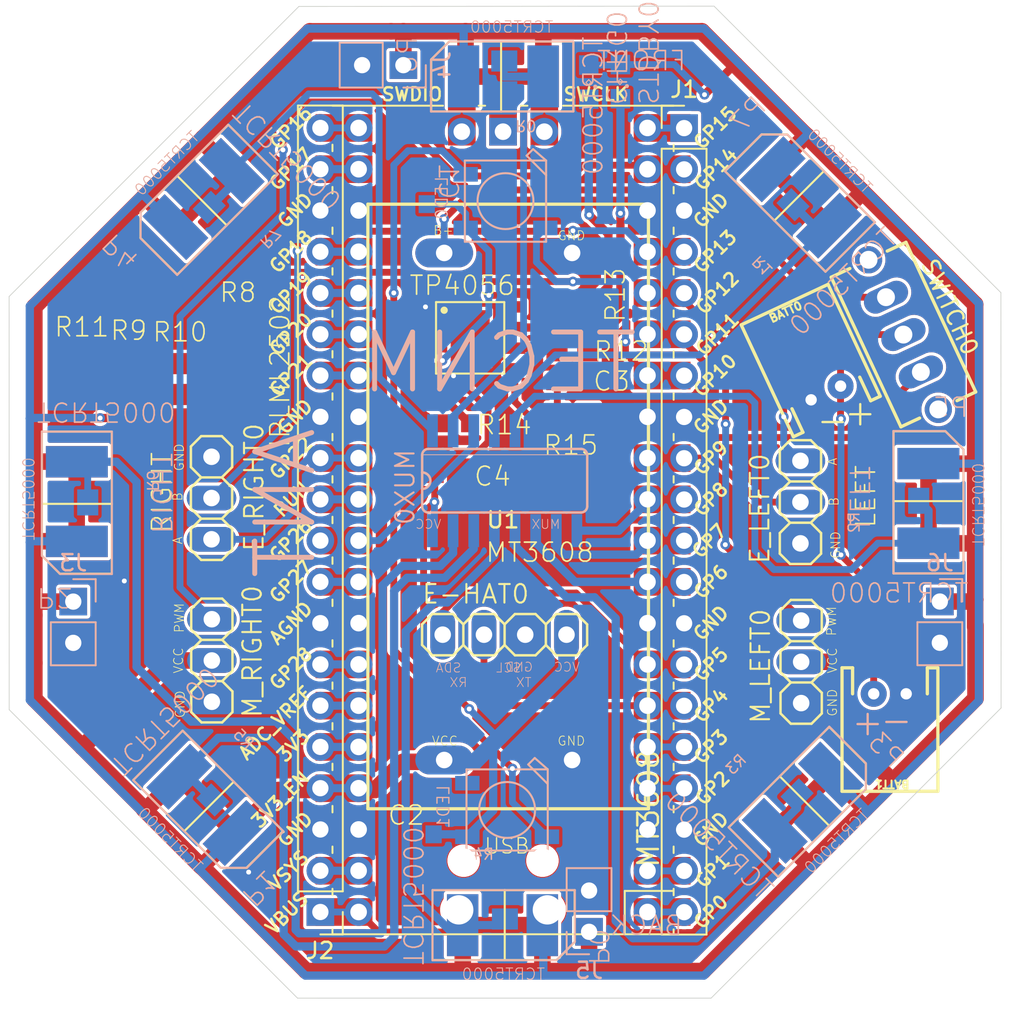
<source format=kicad_pcb>
(kicad_pcb (version 20241229) (generator "pcbnew") (generator_version "9.0")
  (layers (0 "F.Cu" signal) (2 "B.Cu" signal) (13 "F.Paste" user) (15 "B.Paste" user) (5 "F.SilkS" user "F.Silkscreen") (7 "B.SilkS" user "B.Silkscreen") (1 "F.Mask" user) (3 "B.Mask" user) (25 "Edge.Cuts" user))
  (net 0 "")
  (net 1 "GND")
  (net 2 "VCC")
  (net 3 "AD0")
  (net 4 "EM_ENABLE")
  (net 5 "MUX_A")
  (net 6 "MUX_B")
  (net 7 "MUX_C")
  (net 8 "Net-(SWITCH0-P)")
  (net 9 "Net-(CHRG0-PadC)")
  (net 10 "/<p>MCU and Motors</p>/SDA_RX")
  (net 11 "/<p>MCU and Motors</p>/SCL_TX")
  (net 12 "/<p>MCU and Motors</p>/E_RIGHT_A")
  (net 13 "/<p>MCU and Motors</p>/E_RIGHT_B")
  (net 14 "/<p>MCU and Motors</p>/M_RIGHT_PWM")
  (net 15 "/<p>MCU and Motors</p>/M_LEFT_PWM")
  (net 16 "/<p>MCU and Motors</p>/E_LEFT_B")
  (net 17 "/<p>MCU and Motors</p>/E_LEFT_A")
  (net 18 "Net-(IRLML2502-D)")
  (net 19 "Net-(IRLML2502-G)")
  (net 20 "Net-(LED0-DO)")
  (net 22 "Net-(SWITCH0-S)")
  (net 23 "/<p>Proximity Sensors</p>/MUX_X7")
  (net 24 "/<p>Proximity Sensors</p>/MUX_X1")
  (net 25 "/<p>Proximity Sensors</p>/MUX_X5")
  (net 26 "/<p>Proximity Sensors</p>/MUX_X6")
  (net 27 "/<p>Proximity Sensors</p>/MUX_X2")
  (net 28 "/<p>Proximity Sensors</p>/MUX_X4")
  (net 29 "/<p>Proximity Sensors</p>/MUX_X0")
  (net 30 "/<p>Proximity Sensors</p>/MUX_X3")
  (net 31 "/<p>Proximity Sensors</p>/EM")
  (net 32 "Net-(R10-Pad2)")
  (net 33 "Net-(TP4056-STDBY)")
  (net 34 "Net-(R12-Pad2)")
  (net 35 "Net-(TP4056-CHRG)")
  (net 37 "Net-(TP4056-PROG)")
  (net 38 "Net-(SWITCH0-O)")
  (net 39 "/<p>Power Supply</p>/TP_B+")
  (net 42 "Net-(J1-Pin_16)")
  (net 43 "Net-(J1-Pin_20)")
  (net 49 "Net-(J1-Pin_19)")
  (net 51 "Net-(J1-Pin_17)")
  (net 55 "Net-(J1-Pin_1)")
  (net 59 "Net-(J2-Pin_16)")
  (net 60 "Net-(J2-Pin_6)")
  (net 61 "Net-(J2-Pin_9)")
  (net 62 "Net-(J2-Pin_2)")
  (net 63 "Net-(J2-Pin_5)")
  (net 64 "Net-(J2-Pin_17)")
  (net 65 "Net-(J2-Pin_11)")
  (net 66 "Net-(J2-Pin_20)")
  (net 67 "Net-(J2-Pin_19)")
  (net 68 "Net-(J2-Pin_7)")
  (net 69 "Net-(J2-Pin_14)")
  (net 70 "Net-(J2-Pin_15)")
  (net 71 "Net-(J2-Pin_4)")
  (footprint "board:SOT23" (layer "F.Cu") (at 131.6 97.3 180)
    (property "Reference" "IRLML2502")
    (property "Value" "MOSFET-NREFLOW")
  )
  (footprint "board:1X04" (layer "F.Cu") (at 148.47 113.16)
    (property "Reference" "E-HAT0")
    (property "Value" "PINHD-1X4")
  )
  (footprint "board:MT3608" (layer "F.Cu") (at 157.325 123.875 90)
    (property "Reference" "MT3608")
    (property "Value" "MT3608")
  )
  (footprint "board:1X03" (layer "F.Cu") (at 166.724492 114.831995 90)
    (property "Reference" "M_LEFT0")
    (property "Value" "PINHD-1X3")
  )
  (footprint "board:1X03" (layer "F.Cu") (at 130.43 104.75 -90)
    (property "Reference" "E_RIGHT0")
    (property "Value" "PINHD-1X3")
  )
  (footprint "board:R0805" (layer "F.Cu") (at 152.645508 95.588005)
    (property "Reference" "R12")
    (property "Value" "103")
  )
  (footprint "board:R0603" (layer "F.Cu") (at 145.44 100.15)
    (property "Reference" "R14")
    (property "Value" "122")
  )
  (footprint "board:SOP" (layer "F.Cu") (at 146.35 94.89)
    (property "Reference" "TP4056")
    (property "Value" "TP4056")
  )
  (footprint "Connector_PinHeader_2.54mm:PinHeader_1x20_P2.54mm_Vertical" (layer "F.Cu") (at 137.13 130.23 180)
    (property "Reference" "J2")
    (property "Value" "Conn_01x20_MountingPin")
  )
  (footprint "board:HH3T90" (layer "F.Cu") (at 173.01976 94.68928 115)
    (property "Reference" "SWITCH0")
    (property "Value" "SS12F2356")
  )
  (footprint "board:R0805" (layer "F.Cu") (at 152.625508 92.998005)
    (property "Reference" "R13")
    (property "Value" "102")
  )
  (footprint "Connector_PinHeader_2.54mm:PinHeader_1x20_P2.54mm_Vertical" (layer "F.Cu") (at 159.52 81.98)
    (property "Reference" "J1")
    (property "Value" "Conn_01x20_MountingPin")
  )
  (footprint "board:JST-2-PTH" (layer "F.Cu") (at 168.243692 98.282618 25)
    (property "Reference" "BATT0")
    (property "Value" "CONN_02JST-PTH-2")
  )
  (footprint "board:C0603_420" (layer "F.Cu") (at 152.435508 97.61)
    (property "Reference" "C3")
    (property "Value" "10 uF")
  )
  (footprint "board:R0805" (layer "F.Cu") (at 128.232492 97.425995 90)
    (property "Reference" "R10")
    (property "Value" "18R")
  )
  (footprint "board:R0805" (layer "F.Cu") (at 122.25 97.37 -90)
    (property "Reference" "R11")
    (property "Value" "NM")
  )
  (footprint "board:1X03" (layer "F.Cu") (at 166.68 105 90)
    (property "Reference" "E_LEFT0")
    (property "Value" "PINHD-1X3")
  )
  (footprint "board:C0603_420" (layer "F.Cu") (at 145.02 103.32)
    (property "Reference" "C4")
    (property "Value" "10 uF")
  )
  (footprint "MCU_RaspberryPi_and_Boards:RPi_Pico_SMD_TH" (layer "F.Cu") (at 148.375 106.1 180)
    (property "Reference" "U1")
    (property "Value" "Pico")
  )
  (footprint "board:1X03" (layer "F.Cu") (at 130.45 114.75 90)
    (property "Reference" "M_RIGHT0")
    (property "Value" "PINHD-1X3")
  )
  (footprint "board:R0805" (layer "F.Cu") (at 125.25 97.35 -90)
    (property "Reference" "R9")
    (property "Value" "0R")
  )
  (footprint "board:R0805" (layer "F.Cu") (at 131.85 93.72 180)
    (property "Reference" "R8")
    (property "Value" "4k7")
  )
  (footprint "board:R0805" (layer "F.Cu") (at 152.665508 99.688005 180)
    (property "Reference" "R15")
    (property "Value" "0R")
  )
  (footprint "board:JST-2-PTH" (layer "F.Cu") (at 172.19 116.8 180)
    (property "Reference" "BATT1")
    (property "Value" "CONN_02JST-PTH-2")
  )
  (footprint "board:C0603_348" (layer "B.Cu") (at 144.1 124.6 90)
    (property "Reference" "C2")
    (property "Value" "0.10 nF")
  )
  (footprint "board:WS2812B" (layer "B.Cu") (at 148.625 123.95 180)
    (property "Reference" "LED1")
    (property "Value" "WS2812B5050")
  )
  (footprint "Connector_PinHeader_2.54mm:PinHeader_1x02_P2.54mm_Vertical" (layer "B.Cu") (at 121.92 111.125 180)
    (property "Reference" "J3")
    (property "Value" "Con")
  )
  (footprint "board:TCRT5000" (layer "B.Cu") (at 166.93 123.4 -135)
    (property "Reference" "P3")
    (property "Value" "TCRT5000")
  )
  (footprint "board:M0805" (layer "B.Cu") (at 131.188249 122.661751 45)
    (property "Reference" "R5")
    (property "Value" "4k7")
  )
  (footprint "board:M0805" (layer "B.Cu") (at 148.45 78.800001 -90)
    (property "Reference" "R0")
    (property "Value" "4k7")
  )
  (footprint "board:TCRT5000" (layer "B.Cu") (at 130.275593 123.735593 135)
    (property "Reference" "P1")
    (property "Value" "TCRT5000")
  )
  (footprint "board:WS2812B" (layer "B.Cu") (at 148.525 86.475 180)
    (property "Reference" "LED0")
    (property "Value" "WS2812B5050")
  )
  (footprint "board:M0805" (layer "B.Cu") (at 173.009999 104.92 180)
    (property "Reference" "R2")
    (property "Value" "4k7")
  )
  (footprint "board:TCRT5000" (layer "B.Cu") (at 148.254 78.8)
    (property "Reference" "P6")
    (property "Value" "TCRT5000")
  )
  (footprint "board:M0805" (layer "B.Cu") (at 123.76 105.02)
    (property "Reference" "R6")
    (property "Value" "4k7")
  )
  (footprint "board:TCRT5000" (layer "B.Cu") (at 148.4786 131.04 180)
    (property "Reference" "P0")
    (property "Value" "TCRT5000")
  )
  (footprint "board:TCRT5000" (layer "B.Cu") (at 122.14 105.1086 90)
    (property "Reference" "P2")
    (property "Value" "TCRT5000")
  )
  (footprint "board:TCRT5000" (layer "B.Cu") (at 129.84 86.44 45)
    (property "Reference" "P4")
    (property "Value" "TCRT5000")
  )
  (footprint "board:TCRT5000" (layer "B.Cu") (at 174.56 104.94 -90)
    (property "Reference" "P5")
    (property "Value" "TCRT5000")
  )
  (footprint "Connector_PinHeader_2.54mm:PinHeader_1x02_P2.54mm_Vertical" (layer "B.Cu") (at 175.26 111.12 180)
    (property "Reference" "J6")
    (property "Value" "Con")
  )
  (footprint "board:C0603_348" (layer "B.Cu") (at 143.68 85.81 90)
    (property "Reference" "C1")
    (property "Value" "0.10 nF")
  )
  (footprint "board:M0805" (layer "B.Cu") (at 165.551751 87.368249 -135)
    (property "Reference" "R1")
    (property "Value" "4k7")
  )
  (footprint "Connector_PinHeader_2.54mm:PinHeader_1x02_P2.54mm_Vertical" (layer "B.Cu") (at 153.67 131.45)
    (property "Reference" "J5")
    (property "Value" "Con")
  )
  (footprint "board:M0805" (layer "B.Cu") (at 165.801751 122.351751 135)
    (property "Reference" "R3")
    (property "Value" "4k7")
  )
  (footprint "board:SO16" (layer "B.Cu") (at 148.475 103.6834)
    (property "Reference" "MUX0")
    (property "Value" "4051D")
  )
  (footprint "board:M0805" (layer "B.Cu") (at 148.49 129.709999 90)
    (property "Reference" "R4")
    (property "Value" "4k7")
  )
  (footprint "board:SML0805" (layer "B.Cu") (at 155.6 79.12 90)
    (property "Reference" "STDBY0")
    (property "Value" "GREEN")
  )
  (footprint "Connector_PinHeader_2.54mm:PinHeader_1x02_P2.54mm_Vertical" (layer "B.Cu") (at 142.24 78.105 90)
    (property "Reference" "J4")
    (property "Value" "Con")
  )
  (footprint "board:SML0805" (layer "B.Cu") (at 153.65 79.15 90)
    (property "Reference" "CHRG0")
    (property "Value" "RED")
  )
  (footprint "board:M0805" (layer "B.Cu") (at 130.958249 87.528249 -45)
    (property "Reference" "R7")
    (property "Value" "4k7")
  )
  (footprint "board:TCRT5000" (layer "B.Cu") (at 166.6 86.15 -45)
    (property "Reference" "P7")
    (property "Value" "TCRT5000")
  )
  (gr_line (start 179.029226 117.67317) (end 179.018701 92.106774) (stroke (width 0.05)) (layer "Edge.Cuts"))
  (gr_line (start 161.363063 74.474895) (end 135.808549 74.490027) (stroke (width 0.05)) (layer "Edge.Cuts"))
  (gr_line (start 179.018701 92.106774) (end 161.363063 74.474895) (stroke (width 0.05)) (layer "Edge.Cuts"))
  (gr_line (start 135.724477 135.532304) (end 161.180951 135.531441) (stroke (width 0.05)) (layer "Edge.Cuts"))
  (gr_line (start 161.180951 135.531441) (end 179.029226 117.67317) (stroke (width 0.05)) (layer "Edge.Cuts"))
  (gr_line (start 135.808549 74.490027) (end 117.972974 92.34383) (stroke (width 0.05)) (layer "Edge.Cuts"))
  (gr_line (start 117.972974 92.34383) (end 117.976339 117.778095) (stroke (width 0.05)) (layer "Edge.Cuts"))
  (gr_line (start 117.976339 117.778095) (end 135.724477 135.532304) (stroke (width 0.05)) (layer "Edge.Cuts"))
  (gr_text "GND" (at 168.974492 118.231995 90) (layer "F.SilkS") (effects (font (size 0.560832 0.560832) (thickness 0.048768)) (justify left bottom)))
  (gr_text "B" (at 128.674492 104.981995 90) (layer "F.SilkS") (effects (font (size 0.560832 0.560832) (thickness 0.048768)) (justify left bottom)))
  (gr_text "VCC" (at 168.974492 115.581995 90) (layer "F.SilkS") (effects (font (size 0.560832 0.560832) (thickness 0.048768)) (justify left bottom)))
  (gr_text "VCC" (at 128.724492 115.581995 90) (layer "F.SilkS") (effects (font (size 0.560832 0.560832) (thickness 0.048768)) (justify left bottom)))
  (gr_text "A" (at 168.974492 102.781995 90) (layer "F.SilkS") (effects (font (size 0.560832 0.560832) (thickness 0.048768)) (justify left bottom)))
  (gr_text "A" (at 128.674492 107.631995 90) (layer "F.SilkS") (effects (font (size 0.560832 0.560832) (thickness 0.048768)) (justify left bottom)))
  (gr_text "GND" (at 128.824492 118.331995 90) (layer "F.SilkS") (effects (font (size 0.560832 0.560832) (thickness 0.048768)) (justify left bottom)))
  (gr_text "VCC" (at 143.957977 120.029344 0) (layer "F.SilkS") (effects (font (size 0.560832 0.560832) (thickness 0.048768)) (justify left bottom)))
  (gr_text "LEFT" (at 171.388136 106.667783 90) (layer "F.SilkS") (effects (font (size 1.1684 1.1684) (thickness 0.1016)) (justify left bottom)))
  (gr_text "+" (at 169.254492 100.421995 0) (layer "F.SilkS") (effects (font (size 1.63576 1.63576) (thickness 0.14224)) (justify left bottom)))
  (gr_text "GND" (at 151.701152 88.929344 0) (layer "F.SilkS") (effects (font (size 0.560832 0.560832) (thickness 0.048768)) (justify left bottom)))
  (gr_text "GND" (at 151.691152 120.029344 0) (layer "F.SilkS") (effects (font (size 0.560832 0.560832) (thickness 0.048768)) (justify left bottom)))
  (gr_text "-" (at 167.554492 100.901995 0) (layer "F.SilkS") (effects (font (size 1.63576 1.63576) (thickness 0.14224)) (justify left bottom)))
  (gr_text "GND" (at 128.774492 103.131995 90) (layer "F.SilkS") (effects (font (size 0.560832 0.560832) (thickness 0.048768)) (justify left bottom)))
  (gr_text "B" (at 169.074492 105.281995 90) (layer "F.SilkS") (effects (font (size 0.560832 0.560832) (thickness 0.048768)) (justify left bottom)))
  (gr_text "PWM" (at 168.924492 113.281995 90) (layer "F.SilkS") (effects (font (size 0.560832 0.560832) (thickness 0.048768)) (justify left bottom)))
  (gr_text "RIGHT" (at 128.048136 106.980544 90) (layer "F.SilkS") (effects (font (size 1.1684 1.1684) (thickness 0.1016)) (justify left bottom)))
  (gr_text "B+" (at 144.044492 88.611995 0) (layer "F.SilkS") (effects (font (size 0.560832 0.560832) (thickness 0.048768)) (justify left bottom)))
  (gr_text "GND" (at 169.174492 108.531995 90) (layer "F.SilkS") (effects (font (size 0.560832 0.560832) (thickness 0.048768)) (justify left bottom)))
  (gr_text "USB" (at 147.164492 126.711995 0) (layer "F.SilkS") (effects (font (size 0.93472 0.93472) (thickness 0.08128)) (justify left bottom)))
  (gr_text "PWM" (at 128.774492 113.081995 90) (layer "F.SilkS") (effects (font (size 0.560832 0.560832) (thickness 0.048768)) (justify left bottom)))
  (gr_text "TCRT5000" (at 151.517923 76.16543 -0) (layer "B.SilkS") (effects (font (size 0.70104 0.70104) (thickness 0.06096)) (justify left bottom mirror)))
  (gr_text "VCC   GND" (at 153.134492 115.481995 -0) (layer "B.SilkS") (effects (font (size 0.560832 0.560832) (thickness 0.048768)) (justify left bottom mirror)))
  (gr_text "TCRT5000" (at 126.321564 123.629064 -45) (layer "B.SilkS") (effects (font (size 0.70104 0.70104) (thickness 0.06096)) (justify right top mirror)))
  (gr_text "TCRT5000" (at 119.537927 102.188564 -90) (layer "B.SilkS") (effects (font (size 0.70104 0.70104) (thickness 0.06096)) (justify right top mirror)))
  (gr_text "TCRT5000" (at 178.007926 102.538564 -90) (layer "B.SilkS") (effects (font (size 0.70104 0.70104) (thickness 0.06096)) (justify right top mirror)))
  (gr_text "RIGHT" (at 128.024492 101.891995 -90) (layer "B.SilkS") (effects (font (size 1.1684 1.1684) (thickness 0.1016)) (justify right top mirror)))
  (gr_text "BACK" (at 159.504492 131.741995 -0) (layer "B.SilkS") (effects (font (size 1.1684 1.1684) (thickness 0.1016)) (justify left bottom mirror)))
  (gr_text "FRONT" (at 159.714492 78.521995 -0) (layer "B.SilkS") (effects (font (size 1.1684 1.1684) (thickness 0.1016)) (justify left bottom mirror)))
  (gr_text "LEFT" (at 170.974492 102.701995 -90) (layer "B.SilkS") (effects (font (size 1.1684 1.1684) (thickness 0.1016)) (justify right top mirror)))
  (gr_text "MUX             VCC" (at 147.434492 106.361995 -0) (layer "B.SilkS") (effects (font (size 0.560832 0.560832) (thickness 0.048768)) (justify mirror)))
  (gr_text "ANT" (at 137.04 105.06 90) (layer "B.SilkS") (effects (font (size 3.5052 3.5052) (thickness 0.3048)) (justify bottom mirror)))
  (gr_text "TCRT5000" (at 170.65742 86.134927 -45) (layer "B.SilkS") (effects (font (size 0.70104 0.70104) (thickness 0.06096)) (justify left bottom mirror)))
  (gr_text "TCRT5000" (at 129.817424 82.599067 -315) (layer "B.SilkS") (effects (font (size 0.70104 0.70104) (thickness 0.06096)) (justify left bottom mirror)))
  (gr_text "+" (at 171.924492 119.491995 -0) (layer "B.SilkS") (effects (font (size 1.63576 1.63576) (thickness 0.14224)) (justify left bottom mirror)))
  (gr_text "SCL     SDA   \nTX       RX     " (at 142.914492 114.871995 0) (layer "B.SilkS") (effects (font (size 0.560832 0.560832) (thickness 0.048768)) (justify right top mirror)))
  (gr_text "TCRT5000" (at 151.007923 134.46543 -0) (layer "B.SilkS") (effects (font (size 0.70104 0.70104) (thickness 0.06096)) (justify left bottom mirror)))
  (gr_text " TECNM" (at 149.48 98.48 0) (layer "B.SilkS") (effects (font (size 3.5052 3.5052) (thickness 0.3048)) (justify bottom mirror)))
  (gr_text "-" (at 173.694492 119.361995 -0) (layer "B.SilkS") (effects (font (size 1.63576 1.63576) (thickness 0.14224)) (justify left bottom mirror)))
  (gr_text "TCRT5000" (at 166.77156 127.424924 45) (layer "B.SilkS") (effects (font (size 0.70104 0.70104) (thickness 0.06096)) (justify right top mirror)))
  (segment (start 144.6642 93.4908) (end 144.1584 92.985) (width 0.42) (layer "F.Cu") (net 1))
  (segment (start 143.6 95.525) (end 144.1584 95.525) (width 0.42) (layer "F.Cu") (net 1))
  (segment (start 144.1584 92.985) (end 143.6 92.985) (width 0.42) (layer "F.Cu") (net 1))
  (segment (start 144.1584 95.525) (end 144.6642 95.0192) (width 0.42) (layer "F.Cu") (net 1))
  (segment (start 144.6642 95.0192) (end 144.6642 93.4908) (width 0.42) (layer "F.Cu") (net 1))
  (segment (start 143.6 95.45358) (end 143.6 95.525) (width 0.42) (layer "F.Cu") (net 1))
  (via (at 132.715 127.775) (size 0.6) (drill 0.3) (layers "F.Cu" "B.Cu") (net 1))
  (via (at 143.6 92.985) (size 0.6) (drill 0.3) (layers "F.Cu" "B.Cu") (net 1))
  (via (at 145.325 97.225) (size 0.6) (drill 0.3) (layers "F.Cu" "B.Cu") (net 1))
  (via (at 125.060999 109.855) (size 0.6) (drill 0.3) (layers "F.Cu" "B.Cu") (net 1))
  (segment (start 159.51 112.45) (end 159.52 112.46) (width 0.42) (layer "B.Cu") (net 1))
  (segment (start 157.265 99.75) (end 159.51 99.75) (width 0.42) (layer "B.Cu") (net 1))
  (segment (start 159.52 87.06) (end 157.275 87.06) (width 0.42) (layer "B.Cu") (net 1))
  (segment (start 137.13 125.15) (end 139.485 125.15) (width 0.5) (layer "B.Cu") (net 1))
  (segment (start 157.265 125.15) (end 159.51 125.15) (width 0.42) (layer "B.Cu") (net 1))
  (segment (start 143.254622 93.330378) (end 143.6 92.985) (width 0.42) (layer "B.Cu") (net 1))
  (segment (start 157.275 87.06) (end 157.265 87.05) (width 0.42) (layer "B.Cu") (net 1))
  (segment (start 139.485 112.45) (end 137.13 112.45) (width 0.5) (layer "B.Cu") (net 1))
  (segment (start 143.148121 95.131323) (end 143.248902 95.131323) (width 0.42) (layer "B.Cu") (net 1))
  (segment (start 159.51 99.75) (end 159.52 99.76) (width 0.42) (layer "B.Cu") (net 1))
  (segment (start 157.265 112.45) (end 159.51 112.45) (width 0.42) (layer "B.Cu") (net 1))
  (segment (start 143.248902 95.131323) (end 143.254622 95.125603) (width 0.42) (layer "B.Cu") (net 1))
  (segment (start 139.485 99.75) (end 137.13 99.75) (width 0.5) (layer "B.Cu") (net 1))
  (segment (start 159.51 125.15) (end 159.52 125.16) (width 0.42) (layer "B.Cu") (net 1))
  (segment (start 137.13 87.05) (end 139.485 87.05) (width 0.5) (layer "B.Cu") (net 1))
  (segment (start 143.254622 95.125603) (end 143.254622 93.330378) (width 0.42) (layer "B.Cu") (net 1))
  (segment (start 177.324492 112.581995) (end 177.434492 112.691995) (width 0.508) (layer "F.Cu") (net 2))
  (segment (start 160.684492 133.861995) (end 154.03 133.861995) (width 1.016) (layer "F.Cu") (net 2))
  (segment (start 122.130389 107.411258) (end 122.130389 102.509058) (width 1.016) (layer "F.Cu") (net 2))
  (segment (start 126.299492 123.896995) (end 126.269492 123.896995) (width 1.016) (layer "F.Cu") (net 2))
  (segment (start 121.92 111.125) (end 119.524492 111.125) (width 1.016) (layer "F.Cu") (net 2))
  (segment (start 177.418329 107.538158) (end 177.434492 107.521995) (width 1.016) (layer "F.Cu") (net 2))
  (segment (start 150.796276 133.740211) (end 150.674492 133.861995) (width 1.016) (layer "F.Cu") (net 2))
  (segment (start 170.659492 123.863367) (end 170.659492 123.886995) (width 1.016) (layer "F.Cu") (net 2))
  (segment (start 150.744492 76.021995) (end 160.615001 76.021995) (width 1.016) (layer "F.Cu") (net 2))
  (segment (start 153.67 133.501995) (end 154.03 133.861995) (width 1.016) (layer "F.Cu") (net 2))
  (segment (start 119.524492 114.901995) (end 119.524492 111.96) (width 1.016) (layer "F.Cu") (net 2))
  (segment (start 119.534492 111.95) (end 119.524492 111.96) (width 0.42) (layer "F.Cu") (net 2))
  (segment (start 128.206483 88.075402) (end 131.672864 84.60902) (width 1.016) (layer "F.Cu") (net 2))
  (segment (start 177.314492 111.12) (end 177.434492 111) (width 1.016) (layer "F.Cu") (net 2))
  (segment (start 136.484492 76.021995) (end 141.48 76.021995) (width 1.016) (layer "F.Cu") (net 2))
  (segment (start 154.04 133.851995) (end 154.03 133.861995) (width 0.42) (layer "F.Cu") (net 2))
  (segment (start 147.45 101.3) (end 146.85 101.9) (width 0.42) (layer "F.Cu") (net 2))
  (segment (start 119.524492 117.121995) (end 119.524492 114.901995) (width 1.016) (layer "F.Cu") (net 2))
  (segment (start 144.653826 120.986655) (end 142.219832 120.986655) (width 1.016) (layer "F.Cu") (net 2))
  (segment (start 142.24 76.021995) (end 146.064492 76.021995) (width 1.016) (layer "F.Cu") (net 2))
  (segment (start 129.759492 127.386995) (end 126.269492 123.896995) (width 1.016) (layer "F.Cu") (net 2))
  (segment (start 166.925001 82.331995) (end 162.664748 78.071742) (width 1.016) (layer "F.Cu") (net 2))
  (segment (start 129.919492 82.855649) (end 129.919492 82.586995) (width 1.016) (layer "F.Cu") (net 2))
  (segment (start 126.299492 123.896995) (end 122.486248 120.083752) (width 1.016) (layer "F.Cu") (net 2))
  (segment (start 169.545 115.57) (end 168.806995 114.831995) (width 1.016) (layer "F.Cu") (net 2))
  (segment (start 153.67 131.45) (end 153.67 133.501995) (width 1.016) (layer "F.Cu") (net 2))
  (segment (start 143.4838 105.6662) (end 143.4838 114.925182) (width 0.42) (layer "F.Cu") (net 2))
  (segment (start 166.925001 82.331995) (end 166.925001 82.551995) (width 1.016) (layer "F.Cu") (net 2))
  (segment (start 177.324492 112.581995) (end 177.454492 112.581995) (width 0.508) (layer "F.Cu") (net 2))
  (segment (start 145.894076 133.762411) (end 145.794492 133.861995) (width 1.016) (layer "F.Cu") (net 2))
  (segment (start 174.562901 107.538158) (end 177.418329 107.538158) (width 1.016) (layer "F.Cu") (net 2))
  (segment (start 177.434492 102.641995) (end 177.434492 107.521995) (width 1.016) (layer "F.Cu") (net 2))
  (segment (start 177.428454 102.635958) (end 177.434492 102.641995) (width 1.016) (layer "F.Cu") (net 2))
  (segment (start 143.4838 114.925182) (end 146.291809 117.733191) (width 0.42) (layer "F.Cu") (net 2))
  (segment (start 160.774492 79.921995) (end 162.624745 78.071742) (width 0.508) (layer "F.Cu") (net 2))
  (segment (start 146.275 98.1) (end 147.45 99.275) (width 0.42) (layer "F.Cu") (net 2))
  (segment (start 122.486248 120.083752) (end 127.82 114.75) (width 1.016) (layer "F.Cu") (net 2))
  (segment (start 164.965438 84.511558) (end 166.925001 82.551995) (width 1.016) (layer "F.Cu") (net 2))
  (segment (start 131.892961 125.368595) (end 128.42658 121.902214) (width 1.016) (layer "F.Cu") (net 2))
  (segment (start 127.82 114.75) (end 130.45 114.75) (width 1.016) (layer "F.Cu") (net 2))
  (segment (start 144.653826 120.986655) (end 143.963826 120.986655) (width 0.508) (layer "F.Cu") (net 2))
  (segment (start 144.15 105) (end 143.4838 105.6662) (width 0.42) (layer "F.Cu") (net 2))
  (segment (start 170.456129 85.95363) (end 170.456129 85.850361) (width 1.016) (layer "F.Cu") (net 2))
  (segment (start 174.562901 102.635958) (end 177.428454 102.635958) (width 1.016) (layer "F.Cu") (net 2))
  (segment (start 119.52523 107.411258) (end 119.524492 107.411995) (width 1.016) (layer "F.Cu") (net 2))
  (segment (start 126.353077 86.221995) (end 126.284492 86.221995) (width 1.016) (layer "F.Cu") (net 2))
  (segment (start 140.716 131.461) (end 145.8878 131.461) (width 0.42) (layer "F.Cu") (net 2))
  (segment (start 129.874561 127.386995) (end 129.874561 127.482064) (width 1.016) (layer "F.Cu") (net 2))
  (segment (start 140.484632 122.721855) (end 137.025051 122.721855) (width 1.016) (layer "F.Cu") (net 2))
  (segment (start 128.206483 88.075402) (end 126.353077 86.221995) (width 1.016) (layer "F.Cu") (net 2))
  (segment (start 162.624745 78.071742) (end 162.664748 78.071742) (width 0.508) (layer "F.Cu") (net 2))
  (segment (start 169.545 119.38) (end 169.545 115.57) (width 1.016) (layer "F.Cu") (net 2))
  (segment (start 145.894076 131.037139) (end 145.894076 133.762411) (width 1.016) (layer "F.Cu") (net 2))
  (segment (start 150.853207 78.808389) (end 150.853207 76.130711) (width 1.016) (layer "F.Cu") (net 2))
  (segment (start 131.892961 125.368595) (end 129.874561 127.386995) (width 1.016) (layer "F.Cu") (net 2))
  (segment (start 172.355744 122.190744) (end 169.545 119.38) (width 1.016) (layer "F.Cu") (net 2))
  (segment (start 150.796276 131.037139) (end 150.796276 133.740211) (width 1.016) (layer "F.Cu") (net 2))
  (segment (start 141.48 76.021995) (end 142.24 76.021995) (width 1.016) (layer "F.Cu") (net 2))
  (segment (start 143.6 96.795) (end 143.6 97.375) (width 0.42) (layer "F.Cu") (net 2))
  (segment (start 139.485 130.23) (end 140.716 131.461) (width 0.42) (layer "F.Cu") (net 2))
  (segment (start 122.486248 120.083752) (end 119.524492 117.121995) (width 1.016) (layer "F.Cu") (net 2))
  (segment (start 177.454492 115.57) (end 177.454492 117.091995) (width 1.016) (layer "F.Cu") (net 2))
  (segment (start 177.454492 117.091995) (end 172.355744 122.190744) (width 1.016) (layer "F.Cu") (net 2))
  (segment (start 145.951007 78.808389) (end 150.853207 78.808389) (width 1.016) (layer "F.Cu") (net 2))
  (segment (start 150.674492 133.861995) (end 145.794492 133.861995) (width 1.016) (layer "F.Cu") (net 2))
  (segment (start 144.6642 96.2892) (end 144.1584 96.795) (width 0.42) (layer "F.Cu") (net 2))
  (segment (start 122.130389 107.411258) (end 119.52523 107.411258) (width 1.016) (layer "F.Cu") (net 2))
  (segment (start 177.454492 112.581995) (end 177.454492 113.63) (width 1.016) (layer "F.Cu") (net 2))
  (segment (start 128.42658 121.902214) (end 126.431799 123.896995) (width 1.016) (layer "F.Cu") (net 2))
  (segment (start 165.085151 125.221789) (end 167.059492 127.19613) (width 1.016) (layer "F.Cu") (net 2))
  (segment (start 177.434492 111) (end 177.434492 112.691995) (width 1.016) (layer "F.Cu") (net 2))
  (segment (start 119.524492 111.125) (end 119.524492 107.411995) (width 1.016) (layer "F.Cu") (net 2))
  (segment (start 144.17 103.32) (end 144.17 104.98) (width 0.42) (layer "F.Cu") (net 2))
  (segment (start 150.796276 131.037139) (end 145.894076 131.037139) (width 1.016) (layer "F.Cu") (net 2))
  (segment (start 145.951007 78.808389) (end 146.064492 78.694905) (width 1.016) (layer "F.Cu") (net 2))
  (segment (start 122.130389 102.509058) (end 119.731555 102.509058) (width 1.016) (layer "F.Cu") (net 2))
  (segment (start 174.562901 107.538158) (end 174.562901 102.635958) (width 1.016) (layer "F.Cu") (net 2))
  (segment (start 145.59 101.9) (end 144.17 103.32) (width 0.42) (layer "F.Cu") (net 2))
  (segment (start 150.744492 76.021995) (end 150.853207 76.130711) (width 1.016) (layer "F.Cu") (net 2))
  (segment (start 129.874561 127.386995) (end 129.759492 127.386995) (width 1.016) (layer "F.Cu") (net 2))
  (segment (start 119.524492 92.981995) (end 126.284492 86.221995) (width 1.016) (layer "F.Cu") (net 2))
  (segment (start 142.219832 120.986655) (end 140.484632 122.721855) (width 1.016) (layer "F.Cu") (net 2))
  (segment (start 143.6 97.375) (end 144.325 98.1) (width 0.42) (layer "F.Cu") (net 2))
  (segment (start 119.731555 102.509058) (end 119.524492 102.301995) (width 1.016) (layer "F.Cu") (net 2))
  (segment (start 154.03 133.861995) (end 150.674492 133.861995) (width 1.016) (layer "F.Cu") (net 2))
  (segment (start 143.625 96.82) (end 143.6 96.795) (width 0.42) (layer "F.Cu") (net 2))
  (segment (start 137.025051 122.721855) (end 134.539702 122.721855) (width 1.016) (layer "F.Cu") (net 2))
  (segment (start 129.919492 82.586995) (end 136.484492 76.021995) (width 1.016) (layer "F.Cu") (net 2))
  (segment (start 167.041382 82.435614) (end 170.456129 85.850361) (width 1.016) (layer "F.Cu") (net 2))
  (segment (start 164.965438 84.511558) (end 168.43182 87.977939) (width 1.016) (layer "F.Cu") (net 2))
  (segment (start 119.524492 102.301995) (end 119.524492 92.981995) (width 1.016) (layer "F.Cu") (net 2))
  (segment (start 142.24 78.105) (end 142.24 76.021995) (width 1.016) (layer "F.Cu") (net 2))
  (segment (start 170.456129 85.850361) (end 177.434492 92.828724) (width 1.016) (layer "F.Cu") (net 2))
  (segment (start 177.454492 113.63) (end 177.454492 115.57) (width 1.016) (layer "F.Cu") (net 2))
  (segment (start 175.26 111.12) (end 177.314492 111.12) (width 1.016) (layer "F.Cu") (net 2))
  (segment (start 126.431799 123.896995) (end 126.299492 123.896995) (width 1.016) (layer "F.Cu") (net 2))
  (segment (start 144.1584 96.795) (end 143.6 96.795) (width 0.42) (layer "F.Cu") (net 2))
  (segment (start 146.064492 78.694905) (end 146.064492 76.021995) (width 1.016) (layer "F.Cu") (net 2))
  (segment (start 146.064492 76.021995) (end 150.744492 76.021995) (width 1.016) (layer "F.Cu") (net 2))
  (segment (start 168.43182 87.977939) (end 170.456129 85.95363) (width 1.016) (layer "F.Cu") (net 2))
  (segment (start 167.059492 127.19613) (end 167.059492 127.486995) (width 1.016) (layer "F.Cu") (net 2))
  (segment (start 131.672864 84.60902) (end 129.919492 82.855649) (width 1.016) (layer "F.Cu") (net 2))
  (segment (start 144.325 98.1) (end 146.275 98.1) (width 0.42) (layer "F.Cu") (net 2))
  (segment (start 168.806995 114.831995) (end 166.724492 114.831995) (width 1.016) (layer "F.Cu") (net 2))
  (segment (start 146.85 101.9) (end 145.59 101.9) (width 0.42) (layer "F.Cu") (net 2))
  (segment (start 166.925001 82.551995) (end 167.041382 82.435614) (width 1.016) (layer "F.Cu") (net 2))
  (segment (start 147.5 92.275) (end 148.39 92.275) (width 0.42) (layer "F.Cu") (net 2))
  (segment (start 147.45 99.275) (end 147.45 101.3) (width 0.42) (layer "F.Cu") (net 2))
  (segment (start 170.659492 123.886995) (end 167.059492 127.486995) (width 1.016) (layer "F.Cu") (net 2))
  (segment (start 144.17 104.98) (end 144.15 105) (width 0.42) (layer "F.Cu") (net 2))
  (segment (start 126.284492 86.221995) (end 129.919492 82.586995) (width 1.016) (layer "F.Cu") (net 2))
  (segment (start 134.539702 122.721855) (end 131.892961 125.368595) (width 1.016) (layer "F.Cu") (net 2))
  (segment (start 177.434492 92.828724) (end 177.434492 102.641995) (width 1.016) (layer "F.Cu") (net 2))
  (segment (start 165.085151 125.221789) (end 168.551532 121.755408) (width 1.016) (layer "F.Cu") (net 2))
  (segment (start 167.059492 127.486995) (end 160.684492 133.861995) (width 1.016) (layer "F.Cu") (net 2))
  (segment (start 172.355744 122.190744) (end 170.659492 123.886995) (width 1.016) (layer "F.Cu") (net 2))
  (segment (start 119.524492 107.411995) (end 119.524492 102.301995) (width 1.016) (layer "F.Cu") (net 2))
  (segment (start 119.524492 111.96) (end 119.524492 111.125) (width 1.016) (layer "F.Cu") (net 2))
  (segment (start 136.254492 133.861995) (end 145.794492 133.861995) (width 1.016) (layer "F.Cu") (net 2))
  (segment (start 148.39 92.275) (end 149.1 92.985) (width 0.42) (layer "F.Cu") (net 2))
  (segment (start 168.551532 121.755408) (end 170.659492 123.863367) (width 1.016) (layer "F.Cu") (net 2))
  (segment (start 177.434492 107.521995) (end 177.434492 111) (width 1.016) (layer "F.Cu") (net 2))
  (segment (start 129.874561 127.482064) (end 136.254492 133.861995) (width 1.016) (layer "F.Cu") (net 2))
  (segment (start 162.664748 78.071742) (end 160.615001 76.021995) (width 1.016) (layer "F.Cu") (net 2))
  (via (at 146.291809 117.733191) (size 0.6) (drill 0.3) (layers "F.Cu" "B.Cu") (net 2))
  (via (at 147.5 92.275) (size 0.6) (drill 0.3) (layers "F.Cu" "B.Cu") (net 2))
  (via (at 160.774492 79.921995) (size 0.6) (drill 0.3) (layers "F.Cu" "B.Cu") (net 2))
  (via (at 144.15 105) (size 0.6) (drill 0.3) (layers "F.Cu" "B.Cu") (net 2))
  (via (at 144.6468 96.2892) (size 0.6) (drill 0.3) (layers "F.Cu" "B.Cu") (net 2))
  (segment (start 146.17 125.58) (end 147.768243 123.981757) (width 0.508) (layer "B.Cu") (net 2))
  (segment (start 146.04 125.45) (end 146.17 125.58) (width 0.508) (layer "B.Cu") (net 2))
  (segment (start 144.15 106.6368) (end 144.03 106.7568) (width 0.42) (layer "B.Cu") (net 2))
  (segment (start 147.5 93.436) (end 144.6468 96.2892) (width 0.42) (layer "B.Cu") (net 2))
  (segment (start 147.5 89.55) (end 147.5 92.275) (width 0.42) (layer "B.Cu") (net 2))
  (segment (start 146.075 87.255) (end 146.075 88.125) (width 0.42) (layer "B.Cu") (net 2))
  (segment (start 147.5 92.275) (end 147.5 93.436) (width 0.42) (layer "B.Cu") (net 2))
  (segment (start 147.991861 119.433243) (end 148.183243 119.433243) (width 0.42) (layer "B.Cu") (net 2))
  (segment (start 153.65 78.1) (end 155.57 78.1) (width 0.42) (layer "B.Cu") (net 2))
  (segment (start 144.1 125.45) (end 146.04 125.45) (width 0.508) (layer "B.Cu") (net 2))
  (segment (start 144.15 105) (end 144.15 106.6368) (width 0.42) (layer "B.Cu") (net 2))
  (segment (start 146.291809 117.733191) (end 147.991861 119.433243) (width 0.42) (layer "B.Cu") (net 2))
  (segment (start 146.075 88.125) (end 147.5 89.55) (width 0.42) (layer "B.Cu") (net 2))
  (segment (start 155.6 78.07) (end 158.922497 78.07) (width 0.42) (layer "B.Cu") (net 2))
  (segment (start 155.57 78.1) (end 155.6 78.07) (width 0.42) (layer "B.Cu") (net 2))
  (segment (start 147.768243 119.848243) (end 146.629832 120.986655) (width 1.016) (layer "B.Cu") (net 2))
  (segment (start 148.183243 119.433243) (end 147.768243 119.848243) (width 1.016) (layer "B.Cu") (net 2))
  (segment (start 152.281395 115.335092) (end 152.281395 113.168639) (width 1.016) (layer "B.Cu") (net 2))
  (segment (start 160.774492 79.921995) (end 160.771273 79.925214) (width 0.508) (layer "B.Cu") (net 2))
  (segment (start 147.768243 123.981757) (end 147.768243 119.848243) (width 0.508) (layer "B.Cu") (net 2))
  (segment (start 144.653826 120.986655) (end 146.629832 120.986655) (width 1.016) (layer "B.Cu") (net 2))
  (segment (start 139.485 130.23) (end 137.13 130.23) (width 0.42) (layer "B.Cu") (net 2))
  (segment (start 152.281395 115.335092) (end 148.183243 119.433243) (width 1.016) (layer "B.Cu") (net 2))
  (segment (start 158.922497 78.07) (end 160.774492 79.921995) (width 0.42) (layer "B.Cu") (net 2))
  (segment (start 145.48 86.66) (end 146.075 87.255) (width 0.42) (layer "B.Cu") (net 2))
  (segment (start 143.68 86.66) (end 145.48 86.66) (width 0.42) (layer "B.Cu") (net 2))
  (segment (start 146.57 100.61) (end 146.57 101.5146) (width 0.42) (layer "B.Cu") (net 3))
  (segment (start 146.57 101.5146) (end 140.7146 107.37) (width 0.42) (layer "B.Cu") (net 3))
  (segment (start 140.7146 107.37) (end 139.485 107.37) (width 0.42) (layer "B.Cu") (net 3))
  (segment (start 155.911798 95.125) (end 155.911798 95.856798) (width 0.42) (layer "F.Cu") (net 4))
  (segment (start 155.911798 95.856798) (end 157.265 97.21) (width 0.42) (layer "F.Cu") (net 4))
  (segment (start 142.925 91.375) (end 142.975 91.425) (width 0.42) (layer "F.Cu") (net 4))
  (segment (start 133.6658 90.8542) (end 142.4042 90.8542) (width 0.42) (layer "F.Cu") (net 4))
  (segment (start 142.975 91.425) (end 152.675 91.425) (width 0.42) (layer "F.Cu") (net 4))
  (segment (start 159.885051 97.321855) (end 158.654351 97.321855) (width 0.508) (layer "F.Cu") (net 4))
  (segment (start 142.4042 90.8542) (end 142.925 91.375) (width 0.42) (layer "F.Cu") (net 4))
  (segment (start 130.9 93.62) (end 133.6658 90.8542) (width 0.42) (layer "F.Cu") (net 4))
  (segment (start 130.9 93.72) (end 130.9 93.62) (width 0.42) (layer "F.Cu") (net 4))
  (via (at 152.675 91.425) (size 0.6) (drill 0.3) (layers "F.Cu" "B.Cu") (net 4))
  (via (at 155.911798 95.125) (size 0.6) (drill 0.3) (layers "F.Cu" "B.Cu") (net 4))
  (segment (start 150.431969 88.668031) (end 150.431969 90.228803) (width 0.42) (layer "B.Cu") (net 4))
  (segment (start 150.431969 90.228803) (end 151.628166 91.425) (width 0.42) (layer "B.Cu") (net 4))
  (segment (start 155.911798 91.518949) (end 155.911798 95.125) (width 0.42) (layer "B.Cu") (net 4))
  (segment (start 150.975 88.125) (end 150.431969 88.668031) (width 0.42) (layer "B.Cu") (net 4))
  (segment (start 155.817849 91.425) (end 155.911798 91.518949) (width 0.42) (layer "B.Cu") (net 4))
  (segment (start 152.675 91.425) (end 155.817849 91.425) (width 0.42) (layer "B.Cu") (net 4))
  (segment (start 151.628166 91.425) (end 152.675 91.425) (width 0.42) (layer "B.Cu") (net 4))
  (segment (start 152.803398 109.91) (end 157.43 109.91) (width 0.508) (layer "B.Cu") (net 5))
  (segment (start 150.38 106.7568) (end 150.38 107.486602) (width 0.508) (layer "B.Cu") (net 5))
  (segment (start 150.38 107.486602) (end 152.803398 109.91) (width 0.508) (layer "B.Cu") (net 5))
  (segment (start 151.65 107.7494) (end 152.1316 108.231) (width 0.508) (layer "B.Cu") (net 6))
  (segment (start 156.569 108.231) (end 157.43 107.37) (width 0.508) (layer "B.Cu") (net 6))
  (segment (start 151.65 106.7568) (end 151.65 107.7494) (width 0.508) (layer "B.Cu") (net 6))
  (segment (start 152.1316 108.231) (end 156.569 108.231) (width 0.508) (layer "B.Cu") (net 6))
  (segment (start 155.5032 106.7568) (end 157.43 104.83) (width 0.508) (layer "B.Cu") (net 7))
  (segment (start 152.92 106.7568) (end 155.5032 106.7568) (width 0.508) (layer "B.Cu") (net 7))
  (segment (start 169.15 97.86) (end 169.15 95.875) (width 0.42) (layer "F.Cu") (net 8))
  (segment (start 169.15 95.875) (end 170.33572 94.68928) (width 0.42) (layer "F.Cu") (net 8))
  (segment (start 171.19 110.265) (end 171.19 116.8) (width 0.42) (layer "F.Cu") (net 8))
  (segment (start 169.15 97.86) (end 169.15 99.85) (width 0.42) (layer "F.Cu") (net 8))
  (segment (start 169.15 99.85) (end 169.175 99.875) (width 0.42) (layer "F.Cu") (net 8))
  (segment (start 170.33572 94.68928) (end 173.01976 94.68928) (width 0.42) (layer "F.Cu") (net 8))
  (segment (start 169.175 108.25) (end 171.19 110.265) (width 0.42) (layer "F.Cu") (net 8))
  (via (at 169.175 108.25) (size 0.6) (drill 0.3) (layers "F.Cu" "B.Cu") (net 8))
  (via (at 169.175 99.875) (size 0.6) (drill 0.3) (layers "F.Cu" "B.Cu") (net 8))
  (segment (start 169.175 99.875) (end 169.175 108.25) (width 0.42) (layer "B.Cu") (net 8))
  (segment (start 153.675 87.325) (end 154.860369 88.510369) (width 0.508) (layer "F.Cu") (net 9))
  (segment (start 154.860369 91.713144) (end 153.575508 92.998005) (width 0.508) (layer "F.Cu") (net 9))
  (segment (start 154.860369 88.510369) (end 154.860369 91.713144) (width 0.508) (layer "F.Cu") (net 9))
  (via (at 153.675 87.325) (size 0.6) (drill 0.3) (layers "F.Cu" "B.Cu") (net 9))
  (segment (start 153.65 87.3) (end 153.675 87.325) (width 0.508) (layer "B.Cu") (net 9))
  (segment (start 153.65 80.2) (end 153.65 87.3) (width 0.508) (layer "B.Cu") (net 9))
  (segment (start 153.6 80.25) (end 153.65 80.2) (width 0.508) (layer "B.Cu") (net 9))
  (segment (start 144.66 111.765) (end 144.66 113.16) (width 0.42) (layer "F.Cu") (net 10))
  (segment (start 152.875 110.6) (end 145.8 110.6) (width 0.42) (layer "F.Cu") (net 10))
  (segment (start 157.265 114.99) (end 152.875 110.6) (width 0.42) (layer "F.Cu") (net 10))
  (segment (start 145.8 110.6) (end 145.8 110.625) (width 0.42) (layer "F.Cu") (net 10))
  (segment (start 145.8 110.625) (end 144.66 111.765) (width 0.42) (layer "F.Cu") (net 10))
  (segment (start 148.605 117.53) (end 147.2 116.125) (width 0.42) (layer "F.Cu") (net 11))
  (segment (start 157.265 117.53) (end 148.605 117.53) (width 0.42) (layer "F.Cu") (net 11))
  (segment (start 147.2 116.125) (end 147.2 113.16) (width 0.42) (layer "F.Cu") (net 11))
  (segment (start 133.71 107.29) (end 135.575 105.425) (width 0.42) (layer "B.Cu") (net 12))
  (segment (start 135.575 105.425) (end 135.575 103.125) (width 0.42) (layer "B.Cu") (net 12))
  (segment (start 136.41 102.29) (end 139.485 102.29) (width 0.42) (layer "B.Cu") (net 12))
  (segment (start 135.575 103.125) (end 136.41 102.29) (width 0.42) (layer "B.Cu") (net 12))
  (segment (start 130.43 107.29) (end 133.71 107.29) (width 0.42) (layer "B.Cu") (net 12))
  (segment (start 136.4208 88.3258) (end 152.646 88.3258) (width 0.42) (layer "F.Cu") (net 13))
  (segment (start 152.646 88.3258) (end 152.675 88.2968) (width 0.42) (layer "F.Cu") (net 13))
  (segment (start 135.725 89.0216) (end 136.4208 88.3258) (width 0.42) (layer "F.Cu") (net 13))
  (segment (start 135.725 89.55) (end 135.725 89.0216) (width 0.42) (layer "F.Cu") (net 13))
  (via (at 135.725 89.55) (size 0.6) (drill 0.3) (layers "F.Cu" "B.Cu") (net 13))
  (via (at 152.675 88.2968) (size 0.6) (drill 0.3) (layers "F.Cu" "B.Cu") (net 13))
  (segment (start 155.9718 88.2968) (end 157.265 89.59) (width 0.42) (layer "B.Cu") (net 13))
  (segment (start 152.675 88.2968) (end 155.9718 88.2968) (width 0.42) (layer "B.Cu") (net 13))
  (segment (start 135.725 99.455) (end 135.725 89.55) (width 0.42) (layer "B.Cu") (net 13))
  (segment (start 130.43 104.75) (end 135.725 99.455) (width 0.42) (layer "B.Cu") (net 13))
  (segment (start 134.83 81.7166) (end 136.1766 80.37) (width 0.42) (layer "F.Cu") (net 14))
  (segment (start 152.644968 84.925) (end 153.304168 84.2658) (width 0.42) (layer "F.Cu") (net 14))
  (segment (start 153.304168 84.2658) (end 157.0208 84.2658) (width 0.42) (layer "F.Cu") (net 14))
  (segment (start 136.1766 80.37) (end 140.912248 80.37) (width 0.42) (layer "F.Cu") (net 14))
  (segment (start 157.0208 84.2658) (end 157.265 84.51) (width 0.42) (layer "F.Cu") (net 14))
  (segment (start 145.467248 84.925) (end 152.644968 84.925) (width 0.42) (layer "F.Cu") (net 14))
  (segment (start 140.912248 80.37) (end 145.467248 84.925) (width 0.42) (layer "F.Cu") (net 14))
  (segment (start 134.83 83.32) (end 134.83 81.7166) (width 0.42) (layer "F.Cu") (net 14))
  (via (at 134.83 83.32) (size 0.6) (drill 0.3) (layers "F.Cu" "B.Cu") (net 14))
  (segment (start 134.83 87.245) (end 134.83 83.32) (width 0.42) (layer "B.Cu") (net 14))
  (segment (start 128.4918 110.2518) (end 130.45 112.21) (width 0.42) (layer "B.Cu") (net 14))
  (segment (start 128.4918 93.5832) (end 134.83 87.245) (width 0.42) (layer "B.Cu") (net 14))
  (segment (start 128.4918 93.5832) (end 128.4918 110.2518) (width 0.42) (layer "B.Cu") (net 14))
  (segment (start 162.075 97.6916) (end 162.075 100.2) (width 0.42) (layer "F.Cu") (net 15))
  (segment (start 166.724492 112.291995) (end 162.054492 107.621995) (width 0.508) (layer "F.Cu") (net 15))
  (segment (start 159.0534 94.67) (end 162.075 97.6916) (width 0.42) (layer "F.Cu") (net 15))
  (segment (start 157.265 94.67) (end 159.0534 94.67) (width 0.42) (layer "F.Cu") (net 15))
  (via (at 162.054492 107.621995) (size 0.6) (drill 0.3) (layers "F.Cu" "B.Cu") (net 15))
  (via (at 162.075 100.2) (size 0.6) (drill 0.3) (layers "F.Cu" "B.Cu") (net 15))
  (segment (start 162.075 107.601487) (end 162.054492 107.621995) (width 0.42) (layer "B.Cu") (net 15))
  (segment (start 162.075 100.2) (end 162.075 107.601487) (width 0.42) (layer "B.Cu") (net 15))
  (segment (start 161.39 102.29) (end 157.265 102.29) (width 0.42) (layer "F.Cu") (net 16))
  (segment (start 164.1 105) (end 161.39 102.29) (width 0.42) (layer "F.Cu") (net 16))
  (segment (start 166.68 105) (end 164.1 105) (width 0.42) (layer "F.Cu") (net 16))
  (segment (start 165.65 98.734991) (end 165.65 99.75) (width 0.42) (layer "F.Cu") (net 17))
  (segment (start 159.045009 92.13) (end 165.65 98.734991) (width 0.42) (layer "F.Cu") (net 17))
  (segment (start 157.265 92.13) (end 159.045009 92.13) (width 0.42) (layer "F.Cu") (net 17))
  (via (at 165.65 99.75) (size 0.6) (drill 0.3) (layers "F.Cu" "B.Cu") (net 17))
  (segment (start 166.678251 102.44543) (end 165.398251 102.44543) (width 0.508) (layer "B.Cu") (net 17))
  (segment (start 165.65 101.43) (end 166.68 102.46) (width 0.42) (layer "B.Cu") (net 17))
  (segment (start 165.65 99.75) (end 165.65 101.43) (width 0.42) (layer "B.Cu") (net 17))
  (segment (start 128.232492 98.375995) (end 128.258492 98.401995) (width 0.508) (layer "F.Cu") (net 18))
  (segment (start 128.258492 98.401995) (end 131.604492 98.401995) (width 0.508) (layer "F.Cu") (net 18))
  (segment (start 132.800092 93.727695) (end 132.800092 95.956395) (width 0.508) (layer "F.Cu") (net 19))
  (segment (start 132.800092 95.956395) (end 132.554492 96.201995) (width 0.508) (layer "F.Cu") (net 19))
  (segment (start 148.95 121.4) (end 141.65 114.1) (width 0.42) (layer "F.Cu") (net 20))
  (segment (start 141.65 114.1) (end 141.65 92.125) (width 0.42) (layer "F.Cu") (net 20))
  (via (at 148.95 121.4) (size 0.6) (drill 0.3) (layers "F.Cu" "B.Cu") (net 20))
  (via (at 141.65 92.125) (size 0.6) (drill 0.3) (layers "F.Cu" "B.Cu") (net 20))
  (segment (start 141.65 92.125) (end 141.65 84.25) (width 0.42) (layer "B.Cu") (net 20))
  (segment (start 142.525 83.375) (end 144.625 83.375) (width 0.42) (layer "B.Cu") (net 20))
  (segment (start 141.65 84.25) (end 142.525 83.375) (width 0.42) (layer "B.Cu") (net 20))
  (segment (start 144.625 83.375) (end 146.075 84.825) (width 0.42) (layer "B.Cu") (net 20))
  (segment (start 148.95 123.475) (end 148.95 121.4) (width 0.42) (layer "B.Cu") (net 20))
  (segment (start 151.075 125.6) (end 148.95 123.475) (width 0.42) (layer "B.Cu") (net 20))
  (segment (start 146.5392 85.7858) (end 161.0358 85.7858) (width 0.42) (layer "F.Cu") (net 22))
  (segment (start 144.75 87.575) (end 146.5392 85.7858) (width 0.42) (layer "F.Cu") (net 22))
  (segment (start 161.0358 85.7858) (end 167.637259 92.387259) (width 0.42) (layer "F.Cu") (net 22))
  (segment (start 167.637259 92.387259) (end 171.94631 92.387259) (width 0.42) (layer "F.Cu") (net 22))
  (segment (start 160.925 85.675) (end 161.0358 85.7858) (width 0.42) (layer "F.Cu") (net 22))
  (segment (start 171.986648 92.368877) (end 171.905035 92.450489) (width 0.508) (layer "F.Cu") (net 22))
  (via (at 144.75 87.575) (size 0.6) (drill 0.3) (layers "F.Cu" "B.Cu") (net 22))
  (segment (start 144.75 87.575) (end 144.75 89.689) (width 0.42) (layer "B.Cu") (net 22))
  (segment (start 151.5996 95.9458) (end 160.468144 95.9458) (width 0.42) (layer "B.Cu") (net 23))
  (segment (start 147.84 100.61) (end 147.84 99.7054) (width 0.42) (layer "B.Cu") (net 23))
  (segment (start 147.84 99.7054) (end 151.5996 95.9458) (width 0.42) (layer "B.Cu") (net 23))
  (segment (start 166.226282 86.699411) (end 167.50481 87.977939) (width 0.508) (layer "B.Cu") (net 23))
  (segment (start 160.468144 95.9458) (end 168.431972 87.981972) (width 0.42) (layer "B.Cu") (net 23))
  (segment (start 167.50481 87.977939) (end 168.43182 87.977939) (width 0.508) (layer "B.Cu") (net 23))
  (segment (start 129.079652 121.902214) (end 130.509664 123.332227) (width 0.508) (layer "B.Cu") (net 24))
  (segment (start 142.47 109.66) (end 141.6704 110.4596) (width 0.508) (layer "B.Cu") (net 24))
  (segment (start 135.626398 132.35) (end 134.87 131.593602) (width 0.508) (layer "B.Cu") (net 24))
  (segment (start 134.87 120.48) (end 133.9 119.51) (width 0.508) (layer "B.Cu") (net 24))
  (segment (start 128.42658 120.902214) (end 128.42658 121.902214) (width 0.508) (layer "B.Cu") (net 24))
  (segment (start 141.6704 131.066877) (end 141.6822 131.078677) (width 0.508) (layer "B.Cu") (net 24))
  (segment (start 144.787202 109.66) (end 142.47 109.66) (width 0.508) (layer "B.Cu") (net 24))
  (segment (start 141.6822 131.740002) (end 141.072202 132.35) (width 0.508) (layer "B.Cu") (net 24))
  (segment (start 128.42658 121.902214) (end 129.079652 121.902214) (width 0.508) (layer "B.Cu") (net 24))
  (segment (start 146.57 107.877202) (end 144.787202 109.66) (width 0.508) (layer "B.Cu") (net 24))
  (segment (start 146.57 106.7568) (end 146.57 107.877202) (width 0.508) (layer "B.Cu") (net 24))
  (segment (start 141.6822 131.078677) (end 141.6822 131.740002) (width 0.508) (layer "B.Cu") (net 24))
  (segment (start 134.87 131.593602) (end 134.87 120.48) (width 0.508) (layer "B.Cu") (net 24))
  (segment (start 130.837242 119.51) (end 128.443621 121.903621) (width 0.508) (layer "B.Cu") (net 24))
  (segment (start 133.9 119.51) (end 130.837242 119.51) (width 0.508) (layer "B.Cu") (net 24))
  (segment (start 141.6704 110.4596) (end 141.6704 131.066877) (width 0.508) (layer "B.Cu") (net 24))
  (segment (start 141.072202 132.35) (end 135.626398 132.35) (width 0.508) (layer "B.Cu") (net 24))
  (segment (start 174.562901 107.538158) (end 174.562901 105.526405) (width 0.508) (layer "B.Cu") (net 25))
  (segment (start 163.875 107.975) (end 165.05 109.15) (width 0.42) (layer "B.Cu") (net 25))
  (segment (start 169.825 109.15) (end 171.4442 107.5308) (width 0.42) (layer "B.Cu") (net 25))
  (segment (start 149.11 100.61) (end 149.11 99.7054) (width 0.42) (layer "B.Cu") (net 25))
  (segment (start 171.4442 107.5308) (end 174.56 107.5308) (width 0.42) (layer "B.Cu") (net 25))
  (segment (start 165.05 109.15) (end 169.825 109.15) (width 0.42) (layer "B.Cu") (net 25))
  (segment (start 163.875 98.9) (end 163.875 107.975) (width 0.42) (layer "B.Cu") (net 25))
  (segment (start 174.562901 105.526405) (end 173.952892 104.916395) (width 0.508) (layer "B.Cu") (net 25))
  (segment (start 163.4608 98.4858) (end 163.875 98.9) (width 0.42) (layer "B.Cu") (net 25))
  (segment (start 149.11 99.7054) (end 150.3296 98.4858) (width 0.42) (layer "B.Cu") (net 25))
  (segment (start 174.562901 107.538158) (end 173.972901 108.128158) (width 0.508) (layer "B.Cu") (net 25))
  (segment (start 150.3296 98.4858) (end 163.4608 98.4858) (width 0.42) (layer "B.Cu") (net 25))
  (segment (start 150.853207 78.808389) (end 150.850001 78.811595) (width 0.508) (layer "B.Cu") (net 26))
  (segment (start 148.45 77.850002) (end 148.45 78.6858) (width 0.42) (layer "B.Cu") (net 26))
  (segment (start 150.850001 78.811595) (end 148.431292 78.811595) (width 0.508) (layer "B.Cu") (net 26))
  (segment (start 149.6392 95.3662) (end 149.6392 80.8392) (width 0.42) (layer "B.Cu") (net 26))
  (segment (start 145.3 100.61) (end 145.3 99.7054) (width 0.42) (layer "B.Cu") (net 26))
  (segment (start 150.8448 79.6336) (end 150.8448 78.8) (width 0.42) (layer "B.Cu") (net 26))
  (segment (start 148.45 78.6858) (end 148.431292 78.6858) (width 0.42) (layer "B.Cu") (net 26))
  (segment (start 150.853207 78.808389) (end 151.373207 79.328389) (width 0.508) (layer "B.Cu") (net 26))
  (segment (start 145.3 99.7054) (end 149.6392 95.3662) (width 0.42) (layer "B.Cu") (net 26))
  (segment (start 149.6392 80.8392) (end 150.8448 79.6336) (width 0.42) (layer "B.Cu") (net 26))
  (segment (start 122.810001 105.02) (end 122.810001 103.187801) (width 0.42) (layer "B.Cu") (net 27))
  (segment (start 140.9582 131.4332) (end 140.8532 131.5382) (width 0.508) (layer "B.Cu") (net 27))
  (segment (start 145.3 106.7568) (end 145.3 108.14) (width 0.508) (layer "B.Cu") (net 27))
  (segment (start 140.9582 110.1318) (end 140.9582 131.4332) (width 0.508) (layer "B.Cu") (net 27))
  (segment (start 134.4002 118.5102) (end 129.182577 118.5102) (width 0.508) (layer "B.Cu") (net 27))
  (segment (start 125.818199 103.7618) (end 124.574199 102.5178) (width 0.508) (layer "B.Cu") (net 27))
  (segment (start 129.182577 118.5102) (end 125.818199 115.145822) (width 0.508) (layer "B.Cu") (net 27))
  (segment (start 135.8218 131.5382) (end 135.61 131.3264) (width 0.508) (layer "B.Cu") (net 27))
  (segment (start 140.8532 131.5382) (end 135.8218 131.5382) (width 0.508) (layer "B.Cu") (net 27))
  (segment (start 144.51 108.93) (end 142.16 108.93) (width 0.508) (layer "B.Cu") (net 27))
  (segment (start 135.61 119.72) (end 134.4002 118.5102) (width 0.508) (layer "B.Cu") (net 27))
  (segment (start 122.810001 103.187801) (end 122.14 102.5178) (width 0.42) (layer "B.Cu") (net 27))
  (segment (start 145.3 108.14) (end 144.51 108.93) (width 0.508) (layer "B.Cu") (net 27))
  (segment (start 142.16 108.93) (end 140.9582 110.1318) (width 0.508) (layer "B.Cu") (net 27))
  (segment (start 124.574199 102.5178) (end 122.14 102.5178) (width 0.508) (layer "B.Cu") (net 27))
  (segment (start 135.61 131.3264) (end 135.61 119.72) (width 0.508) (layer "B.Cu") (net 27))
  (segment (start 125.818199 115.145822) (end 125.818199 103.7618) (width 0.508) (layer "B.Cu") (net 27))
  (segment (start 144.028517 100.075367) (end 144.028517 100.605367) (width 0.508) (layer "B.Cu") (net 28))
  (segment (start 140.7492 80.3008) (end 140.75 80.3) (width 0.42) (layer "B.Cu") (net 28))
  (segment (start 140.75 80.3) (end 140.325 79.875) (width 0.42) (layer "B.Cu") (net 28))
  (segment (start 144.03 100.61) (end 140.7492 97.3292) (width 0.42) (layer "B.Cu") (net 28))
  (segment (start 131.672864 85.497736) (end 131.672864 84.60902) (width 0.508) (layer "B.Cu") (net 28))
  (segment (start 130.294671 86.87593) (end 131.672864 85.497736) (width 0.508) (layer "B.Cu") (net 28))
  (segment (start 136.405 79.875) (end 131.671972 84.608028) (width 0.42) (layer "B.Cu") (net 28))
  (segment (start 132.56158 84.60902) (end 131.672864 85.497736) (width 0.508) (layer "B.Cu") (net 28))
  (segment (start 140.7492 97.3292) (end 140.7492 80.3008) (width 0.42) (layer "B.Cu") (net 28))
  (segment (start 140.325 79.875) (end 136.405 79.875) (width 0.42) (layer "B.Cu") (net 28))
  (segment (start 142.3826 112.949777) (end 142.3826 122.3226) (width 0.508) (layer "B.Cu") (net 29))
  (segment (start 147.84 108.2808) (end 144.943 111.1778) (width 0.508) (layer "B.Cu") (net 29))
  (segment (start 148.111548 131.037139) (end 145.894076 131.037139) (width 0.508) (layer "B.Cu") (net 29))
  (segment (start 147.84 106.7568) (end 147.84 108.2808) (width 0.508) (layer "B.Cu") (net 29))
  (segment (start 144.154577 111.1778) (end 142.3826 112.949777) (width 0.508) (layer "B.Cu") (net 29))
  (segment (start 144.943 111.1778) (end 144.154577 111.1778) (width 0.508) (layer "B.Cu") (net 29))
  (segment (start 145.23303 131.505) (end 145.8878 131.505) (width 0.508) (layer "B.Cu") (net 29))
  (segment (start 148.491892 130.656795) (end 148.111548 131.037139) (width 0.508) (layer "B.Cu") (net 29))
  (segment (start 142.3826 122.3226) (end 142.3826 128.65457) (width 0.508) (layer "B.Cu") (net 29))
  (segment (start 142.3826 128.65457) (end 145.23303 131.505) (width 0.508) (layer "B.Cu") (net 29))
  (segment (start 155.31 130.78) (end 156.37 131.84) (width 0.508) (layer "B.Cu") (net 30))
  (segment (start 155.31 112.16) (end 155.31 130.78) (width 0.508) (layer "B.Cu") (net 30))
  (segment (start 149.11 107.69) (end 152.28 110.86) (width 0.508) (layer "B.Cu") (net 30))
  (segment (start 165.085151 125.221789) (end 166.468485 123.838455) (width 0.508) (layer "B.Cu") (net 30))
  (segment (start 149.11 106.7568) (end 149.11 107.69) (width 0.508) (layer "B.Cu") (net 30))
  (segment (start 154.01 110.86) (end 155.31 112.16) (width 0.508) (layer "B.Cu") (net 30))
  (segment (start 152.28 110.86) (end 154.01 110.86) (width 0.508) (layer "B.Cu") (net 30))
  (segment (start 166.468485 123.838455) (end 166.468485 123.019989) (width 0.508) (layer "B.Cu") (net 30))
  (segment (start 165.098028 127.001972) (end 165.098028 125.231972) (width 0.508) (layer "B.Cu") (net 30))
  (segment (start 156.37 131.84) (end 160.26 131.84) (width 0.508) (layer "B.Cu") (net 30))
  (segment (start 160.26 131.84) (end 165.098028 127.001972) (width 0.508) (layer "B.Cu") (net 30))
  (segment (start 125.25 99.475) (end 125.25 98.3) (width 0.508) (layer "F.Cu") (net 31))
  (segment (start 123.575 99.825) (end 124.9 99.825) (width 0.508) (layer "F.Cu") (net 31))
  (segment (start 125.237492 98.314995) (end 125.247492 98.304995) (width 0.508) (layer "F.Cu") (net 31))
  (segment (start 122.236492 98.314995) (end 125.237492 98.314995) (width 0.508) (layer "F.Cu") (net 31))
  (segment (start 124.9 99.825) (end 125.25 99.475) (width 0.508) (layer "F.Cu") (net 31))
  (via (at 123.575 99.825) (size 0.6) (drill 0.3) (layers "F.Cu" "B.Cu") (net 31))
  (segment (start 177.664492 102.641995) (end 177.664492 117.221995) (width 0.508) (layer "B.Cu") (net 31))
  (segment (start 170.804492 124.081995) (end 160.744492 134.141995) (width 0.508) (layer "B.Cu") (net 31))
  (segment (start 119.244492 103.796724) (end 119.24498 107.471995) (width 0.508) (layer "B.Cu") (net 31))
  (segment (start 119.274492 99.821995) (end 119.244492 99.851995) (width 0.508) (layer "B.Cu") (net 31))
  (segment (start 177.664492 92.771995) (end 177.664492 102.641995) (width 0.508) (layer "B.Cu") (net 31))
  (segment (start 122.130389 107.411258) (end 119.305717 107.411258) (width 0.508) (layer "B.Cu") (net 31))
  (segment (start 150.854492 131.095355) (end 150.854492 134.141995) (width 0.508) (layer "B.Cu") (net 31))
  (segment (start 126.154492 86.021995) (end 119.244492 92.931995) (width 0.508) (layer "B.Cu") (net 31))
  (segment (start 126.154492 86.023411) (end 126.154492 86.021995) (width 0.508) (layer "B.Cu") (net 31))
  (segment (start 170.804492 124.008367) (end 170.804492 124.081995) (width 0.508) (layer "B.Cu") (net 31))
  (segment (start 136.206302 134.141995) (end 150.854492 134.141995) (width 0.508) (layer "B.Cu") (net 31))
  (segment (start 131.892961 125.368595) (end 129.675464 127.586092) (width 0.508) (layer "B.Cu") (net 31))
  (segment (start 145.924492 75.851995) (end 160.744492 75.851995) (width 0.508) (layer "B.Cu") (net 31))
  (segment (start 119.274492 99.821995) (end 123.571995 99.821995) (width 0.508) (layer "B.Cu") (net 31))
  (segment (start 123.571995 99.821995) (end 123.575 99.825) (width 0.508) (layer "B.Cu") (net 31))
  (segment (start 136.324492 75.851995) (end 145.924492 75.851995) (width 0.508) (layer "B.Cu") (net 31))
  (segment (start 150.796276 131.037139) (end 150.854492 131.095355) (width 0.508) (layer "B.Cu") (net 31))
  (segment (start 177.664492 117.221995) (end 170.804492 124.081995) (width 0.508) (layer "B.Cu") (net 31))
  (segment (start 119.244492 92.931995) (end 119.244492 99.851995) (width 0.508) (layer "B.Cu") (net 31))
  (segment (start 119.244492 99.851995) (end 119.244492 103.796724) (width 0.508) (layer "B.Cu") (net 31))
  (segment (start 119.24498 107.471995) (end 119.246264 117.181958) (width 0.508) (layer "B.Cu") (net 31))
  (segment (start 160.744492 75.851995) (end 167.174492 82.281995) (width 0.508) (layer "B.Cu") (net 31))
  (segment (start 145.951007 78.808389) (end 145.951007 75.878511) (width 0.508) (layer "B.Cu") (net 31))
  (segment (start 167.174492 82.281995) (end 177.664492 92.771995) (width 0.508) (layer "B.Cu") (net 31))
  (segment (start 164.965438 84.511558) (end 167.174492 82.302505) (width 0.508) (layer "B.Cu") (net 31))
  (segment (start 168.551532 121.755408) (end 170.804492 124.008367) (width 0.508) (layer "B.Cu") (net 31))
  (segment (start 174.562901 102.635958) (end 177.658454 102.635958) (width 0.508) (layer "B.Cu") (net 31))
  (segment (start 129.650399 127.586092) (end 136.206302 134.141995) (width 0.508) (layer "B.Cu") (net 31))
  (segment (start 129.675464 127.586092) (end 129.650399 127.586092) (width 0.508) (layer "B.Cu") (net 31))
  (segment (start 177.658454 102.635958) (end 177.664492 102.641995) (width 0.508) (layer "B.Cu") (net 31))
  (segment (start 119.305717 107.411258) (end 119.24498 107.471995) (width 0.508) (layer "B.Cu") (net 31))
  (segment (start 167.174492 82.302505) (end 167.174492 82.281995) (width 0.508) (layer "B.Cu") (net 31))
  (segment (start 145.951007 75.878511) (end 145.924492 75.851995) (width 0.508) (layer "B.Cu") (net 31))
  (segment (start 126.154492 86.021995) (end 136.324492 75.851995) (width 0.508) (layer "B.Cu") (net 31))
  (segment (start 128.206483 88.075402) (end 126.154492 86.023411) (width 0.508) (layer "B.Cu") (net 31))
  (segment (start 150.854492 134.141995) (end 160.744492 134.141995) (width 0.508) (layer "B.Cu") (net 31))
  (segment (start 119.246264 117.181958) (end 129.650399 127.586092) (width 0.508) (layer "B.Cu") (net 31))
  (segment (start 128.232492 96.475995) (end 125.318492 96.475995) (width 0.508) (layer "F.Cu") (net 32))
  (segment (start 125.237492 96.414995) (end 122.236492 96.414995) (width 0.508) (layer "F.Cu") (net 32))
  (segment (start 125.247492 96.404995) (end 125.237492 96.414995) (width 0.508) (layer "F.Cu") (net 32))
  (segment (start 125.318492 96.475995) (end 125.247492 96.404995) (width 0.508) (layer "F.Cu") (net 32))
  (segment (start 149.1 95.525) (end 151.639259 95.525) (width 0.508) (layer "F.Cu") (net 33))
  (segment (start 151.639259 95.525) (end 151.701418 95.58716) (width 0.508) (layer "F.Cu") (net 33))
  (segment (start 155.6 93.583513) (end 153.595508 95.588005) (width 0.508) (layer "F.Cu") (net 34))
  (segment (start 155.6 87.225) (end 155.6 93.583513) (width 0.508) (layer "F.Cu") (net 34))
  (via (at 155.6 87.225) (size 0.6) (drill 0.3) (layers "F.Cu" "B.Cu") (net 34))
  (segment (start 155.28 80.49) (end 155.6 80.17) (width 0.508) (layer "B.Cu") (net 34))
  (segment (start 155.6 80.17) (end 155.6 87.225) (width 0.508) (layer "B.Cu") (net 34))
  (segment (start 149.1 94.255) (end 150.455 94.255) (width 0.508) (layer "F.Cu") (net 35))
  (segment (start 150.455 94.255) (end 151.68 93.03) (width 0.508) (layer "F.Cu") (net 35))
  (segment (start 142.3182 94.8904) (end 142.3182 97.4296) (width 0.508) (layer "F.Cu") (net 37))
  (segment (start 142.3182 97.4296) (end 143.9806 99.092) (width 0.508) (layer "F.Cu") (net 37))
  (segment (start 145.232 99.092) (end 146.29 100.15) (width 0.508) (layer "F.Cu") (net 37))
  (segment (start 142.9536 94.255) (end 142.3182 94.8904) (width 0.508) (layer "F.Cu") (net 37))
  (segment (start 143.553 94.208) (end 143.6 94.255) (width 0.508) (layer "F.Cu") (net 37))
  (segment (start 143.9806 99.092) (end 145.232 99.092) (width 0.508) (layer "F.Cu") (net 37))
  (segment (start 143.6 94.255) (end 142.9536 94.255) (width 0.508) (layer "F.Cu") (net 37))
  (segment (start 153.615508 99.688005) (end 154.953303 101.0258) (width 0.42) (layer "F.Cu") (net 38))
  (segment (start 154.953303 101.0258) (end 170.058711 101.0258) (width 0.42) (layer "F.Cu") (net 38))
  (segment (start 170.058711 101.0258) (end 174.09321 96.991301) (width 0.42) (layer "F.Cu") (net 38))
  (segment (start 149.963005 99.688005) (end 151.715508 99.688005) (width 0.42) (layer "F.Cu") (net 39))
  (segment (start 151.715508 97.74) (end 151.585508 97.61) (width 0.42) (layer "F.Cu") (net 39))
  (segment (start 149.1 98.825) (end 149.963005 99.688005) (width 0.42) (layer "F.Cu") (net 39))
  (segment (start 151.715508 99.688005) (end 151.715508 97.74) (width 0.42) (layer "F.Cu") (net 39))
  (segment (start 149.1 96.795) (end 149.1 98.825) (width 0.42) (layer "F.Cu") (net 39))
  (segment (start 157.265 120.07) (end 159.51 120.07) (width 0.42) (layer "B.Cu") (net 42))
  (segment (start 159.51 120.07) (end 159.52 120.08) (width 0.42) (layer "B.Cu") (net 42))
  (segment (start 159.51 130.23) (end 159.52 130.24) (width 0.42) (layer "B.Cu") (net 43))
  (segment (start 157.265 130.23) (end 159.51 130.23) (width 0.42) (layer "B.Cu") (net 43))
  (segment (start 157.275 127.7) (end 157.265 127.69) (width 0.42) (layer "B.Cu") (net 49))
  (segment (start 159.52 127.7) (end 157.275 127.7) (width 0.42) (layer "B.Cu") (net 49))
  (segment (start 157.275 122.62) (end 157.265 122.61) (width 0.42) (layer "B.Cu") (net 51))
  (segment (start 159.52 122.62) (end 157.275 122.62) (width 0.42) (layer "B.Cu") (net 51))
  (segment (start 159.52 81.98) (end 157.275 81.98) (width 0.42) (layer "B.Cu") (net 55))
  (segment (start 157.275 81.98) (end 157.265 81.97) (width 0.42) (layer "B.Cu") (net 55))
  (segment (start 137.13 92.13) (end 139.485 92.13) (width 0.5) (layer "B.Cu") (net 59))
  (segment (start 139.485 117.53) (end 137.13 117.53) (width 0.5) (layer "B.Cu") (net 60))
  (segment (start 137.13 109.91) (end 139.485 109.91) (width 0.5) (layer "B.Cu") (net 61))
  (segment (start 137.13 127.69) (end 139.485 127.69) (width 0.5) (layer "B.Cu") (net 62))
  (segment (start 137.13 120.07) (end 139.485 120.07) (width 0.5) (layer "B.Cu") (net 63))
  (segment (start 137.13 89.59) (end 139.485 89.59) (width 0.5) (layer "B.Cu") (net 64))
  (segment (start 137.13 104.83) (end 139.485 104.83) (width 0.5) (layer "B.Cu") (net 65))
  (segment (start 137.13 81.97) (end 139.485 81.97) (width 0.42) (layer "B.Cu") (net 66))
  (segment (start 139.485 84.51) (end 137.13 84.51) (width 0.5) (layer "B.Cu") (net 67))
  (segment (start 137.13 114.99) (end 139.485 114.99) (width 0.5) (layer "B.Cu") (net 68))
  (segment (start 137.13 97.21) (end 139.485 97.21) (width 0.5) (layer "B.Cu") (net 69))
  (segment (start 139.485 94.67) (end 137.13 94.67) (width 0.5) (layer "B.Cu") (net 70))
  (segment (start 139.485 122.61) (end 137.13 122.61) (width 0.5) (layer "B.Cu") (net 71))
  (zone (net 1) (net_name "GND") (layer "F.Cu") (priority 6) (connect_pads yes (clearance 0.000001)) (min_thickness 0.25) (fill yes (thermal_gap 0.55) (thermal_bridge_width 0.55) (island_removal_mode 1) (island_area_min 10))
    (polygon (pts (xy 176.856192 93.453142) (xy 176.856192 116.536248) (xy 160.028745 133.363695) (xy 136.678939 133.363695) (xy 120.346792 117.031548) (xy 120.346792 92.805442) (xy 136.526539 76.625695) (xy 160.028745 76.625695)))
  )
  (zone (net 1) (net_name "GND") (layer "B.Cu") (priority 6) (connect_pads yes (clearance 0.3048)) (min_thickness 0.25) (fill yes (thermal_gap 0.55) (thermal_bridge_width 0.55) (island_removal_mode 1) (island_area_min 10))
    (polygon (pts (xy 176.843492 93.427742) (xy 176.843492 116.536248) (xy 159.990645 133.389095) (xy 136.691639 133.389095) (xy 120.334092 117.031548) (xy 120.334092 92.805442) (xy 136.488439 76.651095) (xy 160.066845 76.651095)))
  )
)
</source>
